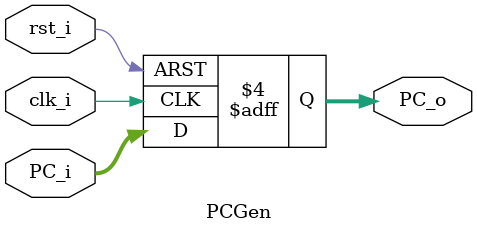
<source format=v>
module PCGen(
	input clk_i, 
	input rst_i, 
	input [31:0] PC_i,
	//output reg `WORD PC_o
		output reg [31:0] PC_o = 32'b0 
); 

	always @(posedge clk_i, negedge rst_i) begin 
		if(!rst_i) 
			//PC_o <= `WORD_ZERO; 
				PC_o <= 32'b0; 
		else 
				PC_o <= PC_i; 
	end 
endmodule

</source>
